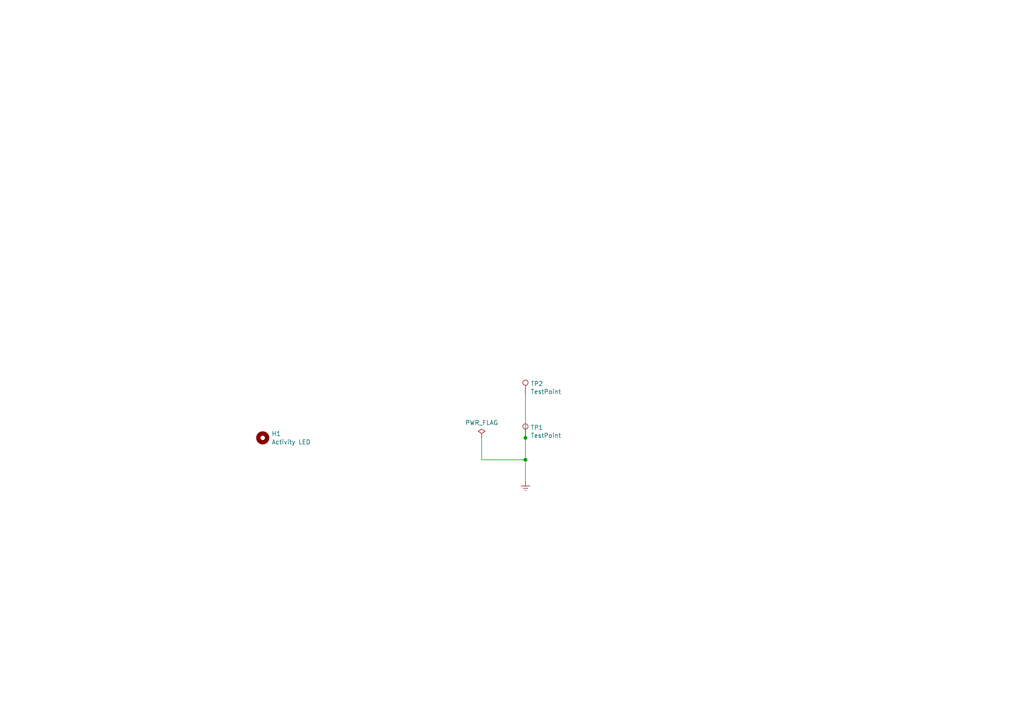
<source format=kicad_sch>
(kicad_sch (version 20231120) (generator "eeschema") (generator_version "8.0")
  (paper "A4")
  (title_block (title "TashPad front panel") (date "2024-05-04") (rev "1.0") (company "Lostwave") (comment 1 "https://68kmla.org") (comment 2 "https://github.com/lampmerchant/tashpad"))
  (lib_symbols
    (symbol "Connector:TestPoint" (pin_numbers hide) (pin_names (offset 0.762) hide)
      (property "Reference" "TP" (at 0 6.858 0))
      (property "Value" "TestPoint" (at 0 5.08 0))
      (symbol "TestPoint_0_1"
        (circle (center 0 3.302) (radius 0.762))
      )
      (symbol "TestPoint_1_1"
        (pin passive line (at 0 0 90) (length 2.54) (name "1") (number "1"))
      )
    )
    (symbol "Mechanical:MountingHole" (pin_names (offset 1.016)) (exclude_from_sim yes) (in_bom no)
      (property "Reference" "H" (at 0 5.08 0))
      (property "Value" "MountingHole" (at 0 3.175 0))
      (symbol "MountingHole_0_1"
        (circle (center 0 0) (radius 1.27) (stroke (width 1.27)))
      )
    )
    (symbol "power:Earth" (power) (pin_names (offset 0))
      (symbol "Earth_0_1"
        (polyline (pts (xy -0.635 -1.905) (xy 0.635 -1.905)))
        (polyline (pts (xy -0.127 -2.54) (xy 0.127 -2.54)))
        (polyline (pts (xy 0 -1.27) (xy 0 0)))
        (polyline (pts (xy 1.27 -1.27) (xy -1.27 -1.27)))
      )
      (symbol "Earth_1_1"
        (pin power_in line (at 0 0 270) (length 0) hide (name "Earth") (number "1"))
      )
    )
    (symbol "power:PWR_FLAG" (power) (pin_numbers hide) (pin_names (offset 0) hide)
      (property "Value" "PWR_FLAG" (at 0 3.81 0))
      (symbol "PWR_FLAG_0_0"
        (pin power_out line (at 0 0 90) (length 0) (name "pwr") (number "1"))
      )
      (symbol "PWR_FLAG_0_1"
        (polyline (pts (xy 0 0) (xy 0 1.27) (xy -1.016 1.905) (xy 0 2.54) (xy 1.016 1.905) (xy 0 1.27)))
      )
    )
  )
  (junction (at 152.4 133.35))
  (junction (at 152.4 127))
  (wire (pts (xy 152.4 127) (xy 152.4 133.35)))
  (wire (pts (xy 152.4 133.35) (xy 152.4 139.7)))
  (wire (pts (xy 152.4 114.3) (xy 152.4 127)))
  (wire (pts (xy 139.7 127) (xy 139.7 133.35)))
  (wire (pts (xy 139.7 133.35) (xy 152.4 133.35)))
  (symbol (lib_id "power:PWR_FLAG") (at 139.7 127 0) (unit 1)
    (property "Reference" "#FLG0101" (effects (hide yes)))
    (property "Value" "PWR_FLAG" (at 139.7 122.6058 0))
  )
  (symbol (lib_id "Connector:TestPoint") (at 152.4 114.3 0) (unit 1)
    (property "Reference" "TP2" (at 153.8732 111.3028 0) (effects (justify left)))
    (property "Value" "TestPoint" (at 153.8732 113.6142 0) (effects (justify left)))
    (property "Footprint" "TestPoint:TestPoint_Pad_1.5x1.5mm" (effects (hide yes)))
  )
  (symbol (lib_id "Connector:TestPoint") (at 152.4 127 0) (unit 1)
    (property "Reference" "TP1" (at 153.8732 124.0028 0) (effects (justify left)))
    (property "Value" "TestPoint" (at 153.8732 126.3142 0) (effects (justify left)))
    (property "Footprint" "TestPoint:TestPoint_Pad_1.5x1.5mm" (effects (hide yes)))
  )
  (symbol (lib_id "power:Earth") (at 152.4 139.7 0) (unit 1)
    (property "Reference" "#PWR0101" (effects (hide yes)))
    (property "Value" "Earth" (effects (hide yes)))
  )
  (symbol (lib_id "Mechanical:MountingHole") (at 76.2 127 0) (unit 1) (exclude_from_sim yes) (in_bom no)
    (property "Reference" "H1" (at 78.74 125.7878 0) (effects (justify left)))
    (property "Value" "Activity LED" (at 78.74 128.2121 0) (effects (justify left)))
    (property "Footprint" "MountingHole:MountingHole_5mm" (effects (hide yes)))
    (property "Description" "Mounting Hole without connection" (effects (hide yes)))
  )
)
</source>
